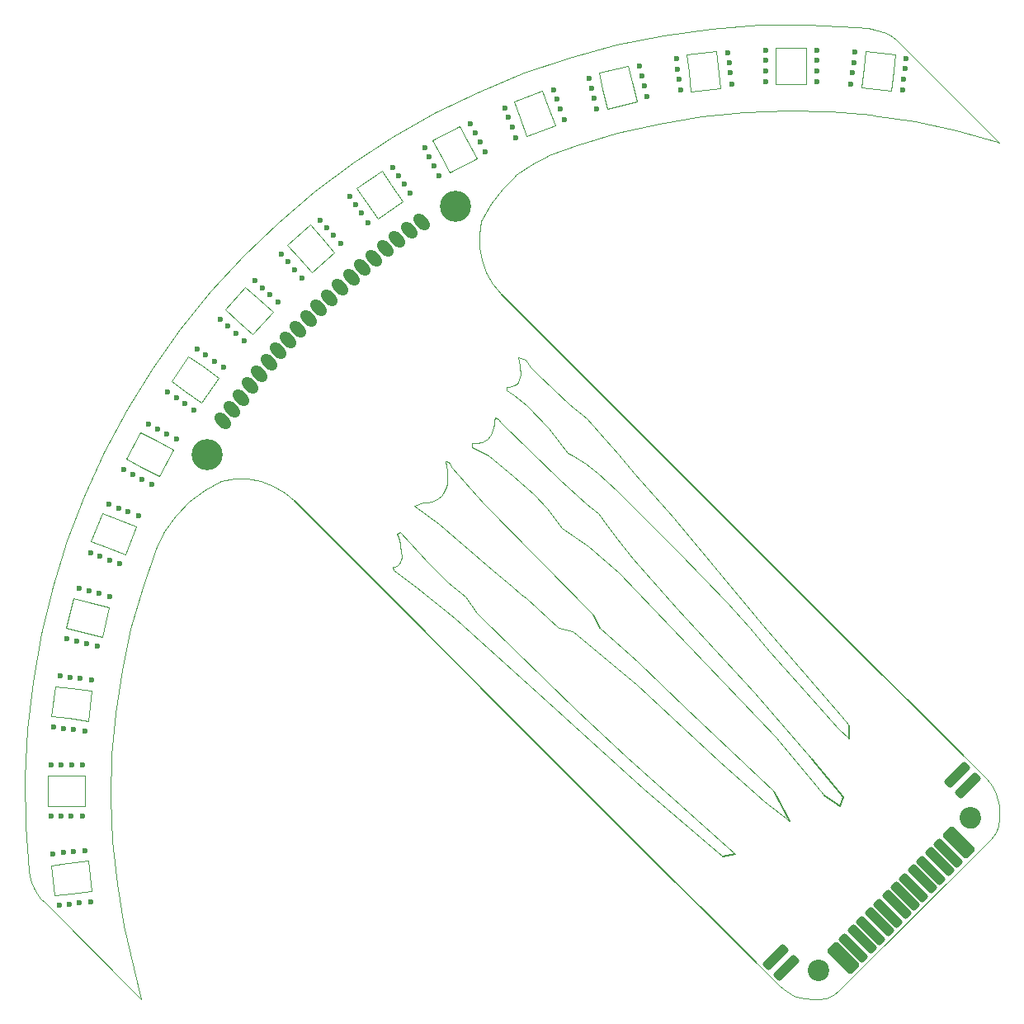
<source format=gbs>
G04 #@! TF.GenerationSoftware,KiCad,Pcbnew,7.0.1*
G04 #@! TF.CreationDate,2023-04-30T23:13:50+02:00*
G04 #@! TF.ProjectId,Solo_morro2,536f6c6f-5f6d-46f7-9272-6f322e6b6963,rev?*
G04 #@! TF.SameCoordinates,PX4afdbbcPY7f05f82*
G04 #@! TF.FileFunction,Soldermask,Bot*
G04 #@! TF.FilePolarity,Negative*
%FSLAX46Y46*%
G04 Gerber Fmt 4.6, Leading zero omitted, Abs format (unit mm)*
G04 Created by KiCad (PCBNEW 7.0.1) date 2023-04-30 23:13:50*
%MOMM*%
%LPD*%
G01*
G04 APERTURE LIST*
G04 Aperture macros list*
%AMRoundRect*
0 Rectangle with rounded corners*
0 $1 Rounding radius*
0 $2 $3 $4 $5 $6 $7 $8 $9 X,Y pos of 4 corners*
0 Add a 4 corners polygon primitive as box body*
4,1,4,$2,$3,$4,$5,$6,$7,$8,$9,$2,$3,0*
0 Add four circle primitives for the rounded corners*
1,1,$1+$1,$2,$3*
1,1,$1+$1,$4,$5*
1,1,$1+$1,$6,$7*
1,1,$1+$1,$8,$9*
0 Add four rect primitives between the rounded corners*
20,1,$1+$1,$2,$3,$4,$5,0*
20,1,$1+$1,$4,$5,$6,$7,0*
20,1,$1+$1,$6,$7,$8,$9,0*
20,1,$1+$1,$8,$9,$2,$3,0*%
%AMHorizOval*
0 Thick line with rounded ends*
0 $1 width*
0 $2 $3 position (X,Y) of the first rounded end (center of the circle)*
0 $4 $5 position (X,Y) of the second rounded end (center of the circle)*
0 Add line between two ends*
20,1,$1,$2,$3,$4,$5,0*
0 Add two circle primitives to create the rounded ends*
1,1,$1,$2,$3*
1,1,$1,$4,$5*%
G04 Aperture macros list end*
%ADD10C,0.600000*%
%ADD11HorizOval,1.200000X0.282843X-0.282843X-0.282843X0.282843X0*%
%ADD12C,3.200000*%
%ADD13C,2.200000*%
%ADD14RoundRect,0.150000X1.202082X0.707107X0.707107X1.202082X-1.202082X-0.707107X-0.707107X-1.202082X0*%
%ADD15RoundRect,0.300000X-0.707107X1.343503X-1.343503X0.707107X0.707107X-1.343503X1.343503X-0.707107X0*%
%ADD16RoundRect,0.150000X0.883883X-1.378858X1.378858X-0.883883X-0.883883X1.378858X-1.378858X0.883883X0*%
G04 #@! TA.AperFunction,Profile*
%ADD17C,0.100000*%
G04 #@! TD*
G04 #@! TA.AperFunction,Profile*
%ADD18C,0.200000*%
G04 #@! TD*
G04 APERTURE END LIST*
D10*
X4003129Y28277218D03*
X2961640Y28410636D03*
X4676571Y33534259D03*
X3635082Y33667677D03*
X6858739Y33254717D03*
X5718060Y33400841D03*
X6185297Y27997676D03*
X5044618Y28143800D03*
X5338249Y37219543D03*
X4320331Y37477116D03*
X6638378Y42357603D03*
X5620460Y42615176D03*
X8771158Y41817927D03*
X7656295Y42100031D03*
X7471028Y36679867D03*
X6356166Y36961970D03*
X7747571Y45932447D03*
X6767970Y46310444D03*
X9655554Y50877101D03*
X8675953Y51255097D03*
X11708052Y50085108D03*
X10635155Y50499104D03*
X9800069Y45140454D03*
X8727172Y45554450D03*
X11160723Y54309821D03*
X10233628Y54802766D03*
X13648922Y58989443D03*
X12721827Y59482389D03*
X15591407Y57956606D03*
X14576017Y58496498D03*
X13103207Y53276984D03*
X12087818Y53816876D03*
X15572398Y62213940D03*
X14711238Y62814693D03*
X18604771Y66560745D03*
X17743612Y67161498D03*
X20409105Y65302024D03*
X19465931Y65959991D03*
X17376732Y60955219D03*
X16433557Y61613187D03*
X20892730Y69534742D03*
X20109980Y70234601D03*
X24425352Y73485764D03*
X23642602Y74185624D03*
X26065399Y72019393D03*
X25208102Y72785905D03*
X22532777Y68068370D03*
X21675480Y68834883D03*
X27061839Y76149004D03*
X26368838Y76937832D03*
X31043539Y79647013D03*
X30350538Y80435841D03*
X32495543Y77994232D03*
X31736541Y78858186D03*
X28513843Y74496223D03*
X27754841Y75360177D03*
X33984519Y81990116D03*
X33391304Y82856485D03*
X38357620Y84984441D03*
X37764405Y85850810D03*
X39600548Y83169191D03*
X38950836Y84118071D03*
X35227446Y80174866D03*
X34577734Y81123746D03*
X41557233Y86955664D03*
X41072397Y87887025D03*
X46258391Y89402931D03*
X45773555Y90334293D03*
X47274238Y87451507D03*
X46743227Y88471570D03*
X42573080Y85004240D03*
X42042069Y86024302D03*
X49672985Y90965645D03*
X49303551Y91948508D03*
X54634101Y92830406D03*
X54264667Y93813269D03*
X55408152Y90771075D03*
X55003534Y91847544D03*
X50447037Y88906314D03*
X50042419Y89982783D03*
X58183565Y93960027D03*
X57934885Y94980153D03*
X63332775Y95215269D03*
X63084095Y96235395D03*
X63853819Y93077861D03*
X63581456Y94195142D03*
X58704609Y91822619D03*
X58432245Y92939900D03*
X67042592Y95935061D03*
X66918268Y96977674D03*
X72305309Y96562602D03*
X72180985Y97605215D03*
X72565798Y94378077D03*
X72429633Y95519988D03*
X67303081Y93750536D03*
X67166916Y94892447D03*
X4595248Y10241894D03*
X3551997Y10123031D03*
X3995271Y15507825D03*
X2952020Y15388962D03*
X6181129Y15756872D03*
X5038521Y15626689D03*
X6781106Y10490941D03*
X5638498Y10360758D03*
X3757448Y19251097D03*
X2707474Y19258427D03*
X3794449Y24550967D03*
X2744475Y24558298D03*
X5994395Y24535609D03*
X4844423Y24543637D03*
X5957395Y19235738D03*
X4807423Y19243766D03*
X76042525Y96805520D03*
X76044357Y97855519D03*
X81342516Y96796270D03*
X81344349Y97846268D03*
X81338677Y94596273D03*
X81340684Y95746271D03*
X76038685Y94605523D03*
X76040692Y95755522D03*
X85084723Y96596034D03*
X85212685Y97638208D03*
X90345217Y95950127D03*
X90473180Y96992300D03*
X90077105Y93766525D03*
X90217254Y94907953D03*
X84816610Y94412433D03*
X84956760Y95553861D03*
D11*
X40715757Y80258073D03*
X39464178Y79360047D03*
X38247955Y78426666D03*
X37031731Y77493285D03*
X35850863Y76524549D03*
X34669994Y75555813D03*
X33524481Y74551721D03*
X32414324Y73512274D03*
X31304166Y72472827D03*
X30194008Y71433380D03*
X29119206Y70358578D03*
X28079759Y69248420D03*
X27040312Y68138263D03*
X26036221Y66992750D03*
X25067484Y65811881D03*
X24098748Y64631013D03*
X23130012Y63450145D03*
X22196631Y62233921D03*
X21263250Y61017697D03*
X20329869Y59801474D03*
D12*
X44200009Y81803326D03*
D13*
X81482216Y3473574D03*
X97073921Y19065277D03*
D12*
X18744166Y56347482D03*
D14*
X77078214Y4762628D03*
X78138875Y3701968D03*
D15*
X84047317Y4690644D03*
D16*
X85068521Y5752577D03*
X85952404Y6636461D03*
X86836288Y7520344D03*
X87720171Y8404228D03*
X88604055Y9288111D03*
X89487938Y10171995D03*
X90371822Y11055878D03*
X91255705Y11939762D03*
X92139589Y12823645D03*
X93023472Y13707529D03*
X93907356Y14591412D03*
X94791239Y15475296D03*
D15*
X95906912Y16561553D03*
D14*
X96786695Y22431812D03*
X95726034Y23492472D03*
D17*
X97758414Y18350914D02*
X97551308Y18191996D01*
X30422110Y78668178D02*
X29304462Y79936502D01*
D18*
X60749845Y18534947D02*
X75117576Y4196264D01*
X27720899Y51595295D02*
X60749845Y18534947D01*
D17*
X41417943Y45276012D02*
X43492351Y43254007D01*
X100050041Y19056481D02*
X100050379Y19714942D01*
X51252725Y95525482D02*
X46672117Y93648021D01*
X47829615Y82074179D02*
X46893318Y80329468D01*
X47411009Y57886587D02*
X47227367Y57761166D01*
X25509781Y53149430D02*
X24237279Y53619032D01*
X8706764Y40692669D02*
X6667008Y41204775D01*
X88939324Y93652634D02*
X89193491Y95740277D01*
X1728801Y37974337D02*
X859584Y33100804D01*
X45415761Y88576346D02*
X44633125Y90074765D01*
X46670922Y78991436D02*
X46893318Y80329468D01*
X47725352Y58212862D02*
X47577005Y58037152D01*
X97917334Y19558020D02*
X98017232Y19316838D01*
X48202366Y59468575D02*
X48142259Y59167143D01*
X51421012Y66111151D02*
X50652440Y66329393D01*
X42757123Y52121801D02*
X42491750Y51887012D01*
X66935797Y40582911D02*
X74903750Y31999782D01*
D18*
X82102097Y21421466D02*
X83707231Y20283024D01*
D17*
X83735515Y29630974D02*
X75686297Y38903495D01*
X75686297Y38903495D02*
X66580710Y49884402D01*
X48269632Y60146871D02*
X48244825Y59795153D01*
X98051306Y19058020D02*
X98017232Y18799202D01*
X81505286Y2489791D02*
X81763276Y2529664D01*
X53754719Y59056715D02*
X55776442Y56498706D01*
X46541Y23238267D02*
X105928Y18288183D01*
X46570549Y57535769D02*
X46316312Y57510923D01*
X50200031Y92592488D02*
X50804187Y90991480D01*
D18*
X71686414Y15149430D02*
X72932529Y15394757D01*
D17*
X9337441Y29886531D02*
X8961047Y25506710D01*
X36257770Y80582441D02*
X38810755Y82340932D01*
X96185282Y18558021D02*
X96085383Y18799202D01*
X89193491Y95740277D02*
X89397800Y97418384D01*
X39982318Y51116818D02*
X40897649Y51418061D01*
X59335720Y93858378D02*
X59831572Y91835123D01*
X56643520Y88072054D02*
X53835984Y87054811D01*
X86572773Y100098881D02*
X87207055Y99998518D01*
X11206997Y3729066D02*
X11958914Y494865D01*
X50928671Y42020314D02*
X51482877Y41651739D01*
X53673110Y86973965D02*
X52062388Y86174457D01*
X15613799Y50210515D02*
X16883925Y51521684D01*
X83605082Y1370142D02*
X99170643Y16936508D01*
X69989358Y16549499D02*
X63512261Y22107357D01*
X43143114Y52709052D02*
X42973530Y52396928D01*
X38664838Y46293440D02*
X38689605Y46028415D01*
X9486883Y12346663D02*
X10211530Y8010836D01*
X38591723Y46873897D02*
X38609389Y46576337D01*
X77120350Y98137987D02*
X80220352Y98139317D01*
X8445568Y46835469D02*
X10390370Y46089024D01*
X97551308Y18191996D02*
X97310127Y18092095D01*
X98017232Y18799202D02*
X97917333Y18558021D01*
X37909248Y89049883D02*
X33761576Y86347352D01*
X96792489Y18092095D02*
X96551308Y18191995D01*
X6524747Y14663975D02*
X4435705Y14421582D01*
X1304661Y11333690D02*
X1679885Y10815346D01*
X82002155Y2634951D02*
X82205645Y2798476D01*
X38810755Y82340932D02*
X37620098Y84074483D01*
X8860406Y21111898D02*
X9035914Y16719436D01*
X74361666Y38642347D02*
X76473107Y36096053D01*
X57852057Y46980927D02*
X55170747Y48835504D01*
X81719931Y4461028D02*
X81460413Y4489289D01*
X46907539Y39555137D02*
X56662034Y30069955D01*
X15506242Y50099483D02*
X15613799Y50210515D01*
X56222701Y38214011D02*
X62857496Y32730857D01*
X50804187Y90991480D02*
X51539653Y89042500D01*
X11958914Y494865D02*
X2111159Y10342617D01*
X62841484Y92577047D02*
X62340887Y94619660D01*
X47638401Y56272277D02*
X50145634Y54176095D01*
X43583519Y55554258D02*
X43199560Y55649190D01*
X54863850Y53822104D02*
X48883408Y59655276D01*
X85861547Y94023179D02*
X88939324Y93652634D01*
X50754875Y65909414D02*
X50828871Y65520765D01*
X80483099Y3467102D02*
X80522974Y3209113D01*
X44110413Y39630841D02*
X40283668Y42746848D01*
X7955913Y37684971D02*
X8706764Y40692669D01*
X52611281Y64617304D02*
X55918125Y61543884D01*
X77119227Y96426783D02*
X77117864Y94343652D01*
X82984228Y893083D02*
X83605082Y1370142D01*
X10529120Y61004821D02*
X8196439Y56638420D01*
X26980858Y77884463D02*
X29304462Y79936502D01*
X87011799Y91203964D02*
X82631980Y91580358D01*
X47969100Y58639715D02*
X47856051Y58413716D01*
X41886912Y88636600D02*
X42679137Y87119827D01*
X96085382Y19316840D02*
X96185283Y19558020D01*
X51472295Y61415346D02*
X50265833Y62430837D01*
X4482574Y29309927D02*
X6549325Y29049220D01*
X12100897Y42763900D02*
X10910473Y38532187D01*
X9533912Y49738239D02*
X7955672Y50343992D01*
X77411035Y1902691D02*
X75117576Y4196264D01*
D18*
X59015061Y38540520D02*
X58378665Y39912308D01*
D17*
X46672117Y93648021D02*
X42218431Y91486643D01*
X38579780Y45365426D02*
X38481778Y45196746D01*
X100046541Y88385362D02*
X99889171Y88440509D01*
X38545444Y47190768D02*
X38591723Y46873897D01*
X50297466Y84888687D02*
X49023056Y83654166D01*
X6142529Y52134165D02*
X4375499Y47509832D01*
X58887783Y50320920D02*
X57714148Y51284104D01*
X47227367Y57761166D02*
X47026074Y57660889D01*
X67882120Y30388569D02*
X62915159Y35119444D01*
X38193645Y44952775D02*
X38003503Y44882459D01*
X24237279Y53619032D02*
X22902996Y53862913D01*
X4846665Y32388568D02*
X3169460Y32600137D01*
X42573107Y49218907D02*
X48009777Y44461179D01*
X59830812Y49091235D02*
X60817932Y47720943D01*
X100046541Y88385362D02*
X89974081Y98457822D01*
X15071778Y63885437D02*
X16838476Y66432747D01*
X21881557Y70105578D02*
X23436670Y68719559D01*
X46681828Y77635094D02*
X46670922Y78991436D01*
X52703561Y31845957D02*
X63512261Y22107357D01*
X38528705Y48400592D02*
X38229060Y48234152D01*
X89500783Y98891843D02*
X89974081Y98457822D01*
X50772338Y64047458D02*
X50675723Y63846785D01*
X50215271Y63432746D02*
X50004912Y63357393D01*
X74361666Y38642347D02*
X72070783Y41165222D01*
X15992909Y69255741D02*
X13131366Y65216134D01*
X82261059Y592971D02*
X82984228Y893083D01*
X43392415Y53833996D02*
X43350413Y53430928D01*
X4275788Y38608913D02*
X5935486Y38192227D01*
X82337440Y4008845D02*
X82173912Y4212333D01*
X50550674Y63677442D02*
X50397188Y63539432D01*
X65136105Y90329876D02*
X60854336Y89334411D01*
X66935797Y40582911D02*
X62422639Y45725790D01*
X57618487Y55416419D02*
X56288393Y56300994D01*
X42218431Y91486643D02*
X37909248Y89049883D01*
X6191010Y20307006D02*
X6202317Y23406989D01*
X70476866Y100065391D02*
X65573258Y99386066D01*
X81002405Y2612513D02*
X81245765Y2518050D01*
X4375499Y47509832D02*
X2902316Y42783672D01*
X100009460Y20345143D02*
X100050379Y19714942D01*
X82454337Y3252458D02*
X82482598Y3511976D01*
X52288641Y52251234D02*
X53655757Y50842379D01*
X14363633Y48482351D02*
X15506242Y50099483D01*
X77885869Y1486322D02*
X78411023Y1135552D01*
X51421012Y66111151D02*
X51919071Y65341309D01*
X38353068Y45058366D02*
X38193645Y44952775D01*
X60801314Y52657262D02*
X58769149Y54508416D01*
X13817391Y54139503D02*
X15264391Y56881074D01*
X48244825Y59795153D02*
X48202366Y59468575D01*
X14363633Y48482351D02*
X13483281Y46708754D01*
X35078395Y82299566D02*
X36257770Y80582441D01*
X86320117Y97789702D02*
X89397800Y97418384D01*
X37620098Y84074483D02*
X36663018Y85467960D01*
X38469966Y47524642D02*
X38545444Y47190768D01*
X67945422Y97377878D02*
X71022787Y97751839D01*
X80791787Y2766745D02*
X81002405Y2612513D01*
X23926185Y72435829D02*
X22664185Y73560610D01*
X50874437Y65163444D02*
X50891566Y64837453D01*
X78237165Y91681002D02*
X73844706Y91505491D01*
X78538280Y18734460D02*
X75865415Y20827496D01*
X81245765Y2518050D02*
X81505286Y2489791D01*
X42491750Y51887012D02*
X42175264Y51695903D01*
X105928Y18288183D02*
X448091Y13724068D01*
X82173912Y4212333D02*
X81963294Y4366566D01*
X53655757Y50842379D02*
X55170747Y48835504D01*
X8196439Y56638420D02*
X6142529Y52134165D01*
X97310127Y20023946D02*
X97551308Y19924046D01*
X50445256Y85031849D02*
X50297466Y84888687D01*
X47856051Y58413716D02*
X47725352Y58212862D01*
X42973530Y52396928D02*
X42757123Y52121801D01*
X2396721Y20325916D02*
X4107905Y20317387D01*
X99053869Y22654324D02*
X99404639Y22129170D01*
X85307580Y100243314D02*
X80363537Y100494866D01*
X59830812Y49091235D02*
X58887783Y50320920D01*
X97551308Y19924046D02*
X97758415Y19765127D01*
X13131366Y65216134D02*
X10529120Y61004821D01*
X10464138Y55915075D02*
X11976419Y55114310D01*
X38003503Y44882459D02*
X37782637Y44849901D01*
X80963543Y4344129D02*
X80760054Y4180603D01*
X69471933Y91054523D02*
X65136105Y90329876D01*
X3117110Y11147787D02*
X4816911Y11345015D01*
X26682624Y52468092D02*
X25509781Y53149430D01*
X57852057Y46980927D02*
X61034882Y44221776D01*
X8961047Y25506710D02*
X8860406Y21111898D01*
X49766122Y63313367D02*
X49498894Y63300674D01*
X47395310Y75028311D02*
X46925708Y76300812D01*
X34109590Y83710111D02*
X35078395Y82299566D01*
X44110413Y39630841D02*
X52703561Y31845957D01*
X4275788Y38608913D02*
X5027394Y41616419D01*
X26980858Y77884463D02*
X28112197Y76600601D01*
X25496181Y71036547D02*
X23926185Y72435829D01*
X15071778Y63885437D02*
X16476838Y62908694D01*
X77117864Y94343652D02*
X80217866Y94345761D01*
D18*
X84633537Y28577385D02*
X84612325Y27198528D01*
D17*
X43268027Y53054833D02*
X43143114Y52709052D01*
X73844706Y91505491D02*
X69471933Y91054523D01*
X97917333Y18558021D02*
X97758414Y18350914D01*
X81484853Y490255D02*
X80825250Y489813D01*
X18463913Y52715125D02*
X20208626Y53651421D01*
X38689605Y46028415D02*
X38683687Y45783748D01*
X86572773Y100098881D02*
X85307580Y100243314D01*
X56288393Y56300994D02*
X55776442Y56498706D01*
X2784820Y29524089D02*
X3169460Y32600137D01*
X87091439Y91192045D02*
X87011799Y91203964D01*
X75865415Y20827496D02*
X71219724Y24949927D01*
X990278Y11891036D02*
X1304661Y11333690D01*
X97051305Y20058021D02*
X97310127Y20023946D01*
X4107905Y20317387D02*
X6191010Y20307006D01*
X22902996Y53862913D02*
X21546656Y53873818D01*
X43363870Y54707692D02*
X43396187Y54260698D01*
X22447726Y76756809D02*
X19102453Y73107700D01*
X50397188Y63539432D02*
X50215271Y63432746D01*
X50840515Y64279458D02*
X50772338Y64047458D01*
X4099283Y23417469D02*
X2408809Y23425894D01*
X11976419Y55114310D02*
X13817391Y54139503D01*
X52288641Y52251234D02*
X50145634Y54176095D01*
X2396721Y20325916D02*
X2408809Y23425894D01*
X80628261Y2970234D02*
X80791787Y2766745D01*
X72932529Y15394757D02*
X61718711Y25350794D01*
X81202423Y4449416D02*
X80963543Y4344129D01*
X13405805Y57865208D02*
X11911822Y58656283D01*
X60854336Y89334411D02*
X56643520Y88072054D01*
X45953834Y57151456D02*
X45899665Y57523948D01*
X54828990Y38597090D02*
X51482877Y41651739D01*
X10910473Y38532187D02*
X9988108Y34234075D01*
X68399059Y93610757D02*
X71401051Y93976322D01*
X50200031Y92592488D02*
X53099210Y93690110D01*
X448091Y13724068D02*
X559245Y13093896D01*
X31812515Y77090319D02*
X30422110Y78668178D01*
D18*
X96343984Y25422671D02*
X82012547Y39755221D01*
D17*
X6202317Y23406989D02*
X4099283Y23417469D01*
X26015531Y80188664D02*
X22447726Y76756809D01*
X5935486Y38192227D02*
X7955913Y37684971D01*
D18*
X76911933Y21803302D02*
X78538280Y18734460D01*
D17*
X71219724Y24949927D02*
X62857496Y32730857D01*
X50828871Y65520765D02*
X50874437Y65163444D01*
X62595415Y54390706D02*
X66580710Y49884402D01*
X55942184Y97111623D02*
X51252725Y95525482D01*
X50265833Y62430837D02*
X49489202Y62932199D01*
X77120350Y98137987D02*
X77119227Y96426783D01*
X58378665Y39912308D02*
X47127305Y51400940D01*
X96792487Y20023947D02*
X97051305Y20058021D01*
X41380360Y51458086D02*
X40897649Y51418061D01*
X80760054Y4180603D02*
X80605825Y3969983D01*
X99404639Y22129170D02*
X99683801Y21562691D01*
X43199560Y55649190D02*
X43297611Y55171637D01*
X99886565Y20964599D02*
X100009460Y20345143D01*
X56222701Y38214011D02*
X54828990Y38597090D01*
X46400807Y40106278D02*
X46907539Y39555137D01*
X10464138Y55915075D02*
X11911822Y58656283D01*
X80605825Y3969983D02*
X80511359Y3726622D01*
X69989358Y16549499D02*
X71686414Y15149430D01*
X80219241Y96448822D02*
X80220352Y98139317D01*
X41805515Y51551813D02*
X41380360Y51458086D01*
X57665233Y60096454D02*
X55918125Y61543884D01*
X38683687Y45783748D02*
X38647078Y45561923D01*
X98637501Y23129154D02*
X99053869Y22654324D01*
X68150007Y95678946D02*
X68399059Y93610757D01*
X49023056Y83654166D02*
X47829615Y82074179D01*
X99647514Y17557321D02*
X99947462Y18280404D01*
X50928671Y42020314D02*
X50089414Y42792598D01*
X83473885Y28280400D02*
X84612325Y27198528D01*
X99170643Y16936508D02*
X99647514Y17557321D01*
X65573258Y99386066D02*
X60721984Y98400178D01*
X87825274Y99824774D02*
X88418979Y99580028D01*
X96551308Y19924046D02*
X96792487Y20023947D01*
X62422639Y45725790D02*
X60817932Y47720943D01*
X91359345Y90553298D02*
X87091439Y91192045D01*
X50089414Y42792598D02*
X48009777Y44461179D01*
X78977501Y856391D02*
X79575594Y653626D01*
X4816911Y11345015D02*
X6886156Y11585110D01*
X59015061Y38540520D02*
X62915159Y35119444D01*
X67198770Y46261236D02*
X72070783Y41165222D01*
X38229060Y48234152D02*
X38364699Y47873206D01*
X50880259Y64542793D02*
X50840515Y64279458D01*
X88980041Y99267624D02*
X89500783Y98891843D01*
D18*
X84018357Y21244689D02*
X80772736Y25084278D01*
D17*
X19953343Y64267410D02*
X18226532Y65467821D01*
X28112197Y76600601D02*
X29489425Y75037696D01*
X43643550Y85273386D02*
X46389404Y86712241D01*
X3117110Y11147787D02*
X2756472Y14226740D01*
X6667008Y41204775D02*
X5027394Y41616419D01*
X83473885Y28280400D02*
X80152223Y32078895D01*
X53835984Y87054811D02*
X53673110Y86973965D01*
X71401051Y93976322D02*
X71022787Y97751839D01*
X80195046Y530732D02*
X80825250Y489813D01*
X76911933Y21803302D02*
X67882120Y30388569D01*
X50004912Y63357393D02*
X49766122Y63313367D01*
X62340887Y94619660D02*
X61938494Y96261565D01*
X80217866Y94345761D02*
X80219241Y96448822D01*
X26682624Y52468092D02*
X27720899Y51595295D01*
X49489202Y62932199D02*
X49498894Y63300674D01*
X38647078Y45561923D02*
X38579780Y45365426D01*
X2902316Y42783672D02*
X1728801Y37974337D01*
X50891566Y64837453D02*
X50880259Y64542793D01*
X81484853Y490255D02*
X82261059Y592971D01*
X61718711Y25350794D02*
X56662034Y30069955D01*
X88418979Y99580028D02*
X88980041Y99267624D01*
X77411035Y1902691D02*
X77885869Y1486322D01*
X99947462Y18280404D02*
X100050041Y19056481D01*
X60721984Y98400178D02*
X55942184Y97111623D01*
X21546656Y53873818D02*
X20208626Y53651421D01*
X96344201Y19765126D02*
X96551308Y19924046D01*
X6549325Y29049220D02*
X6933191Y32125364D01*
X559245Y13093896D02*
X740743Y12480278D01*
X48639759Y60004103D02*
X48883408Y59655276D01*
X34109590Y83710111D02*
X36663018Y85467960D01*
X43903821Y55036720D02*
X43583519Y55554258D01*
X97758415Y19765127D02*
X97917334Y19558020D01*
X38481778Y45196746D02*
X38353068Y45058366D01*
X87207055Y99998518D02*
X87825274Y99824774D01*
X47026074Y57660889D02*
X46807137Y57585756D01*
X80772736Y25084278D02*
X74903750Y31999782D01*
X16476838Y62908694D02*
X18187284Y61719658D01*
X1679885Y10815346D02*
X2111159Y10342617D01*
X11497322Y48984655D02*
X9533912Y49738239D01*
X41417943Y45276012D02*
X38528705Y48400592D01*
X76473107Y36096053D02*
X80152223Y32078895D01*
X15264391Y56881074D02*
X13405805Y57865208D01*
X96085383Y18799202D02*
X96051306Y19058022D01*
X48142259Y59167143D02*
X48064506Y58890857D01*
X740743Y12480278D02*
X990278Y11891036D01*
X61034882Y44221776D02*
X77039197Y27439420D01*
X43396187Y54260698D02*
X43392415Y53833996D01*
X6847993Y47448640D02*
X8445568Y46835469D01*
X58928397Y95520400D02*
X61938494Y96261565D01*
X10390370Y46089024D02*
X11497322Y48984655D01*
X54863850Y53822104D02*
X57714148Y51284104D01*
X96551308Y18191995D02*
X96344201Y18350914D01*
X20604095Y71244138D02*
X22664185Y73560610D01*
X82205645Y2798476D02*
X82359874Y3009096D01*
X9988108Y34234075D02*
X9337441Y29886531D01*
X38609389Y46576337D02*
X38664838Y46293440D01*
X58769149Y54508416D02*
X57618487Y55416419D01*
X96185283Y19558020D02*
X96344201Y19765126D01*
X97310127Y18092095D02*
X97051307Y18058021D01*
X79575594Y653626D02*
X80195046Y530732D01*
X81460413Y4489289D02*
X81202423Y4449416D01*
X98637501Y23129154D02*
X96343984Y25422671D01*
X45239468Y41806571D02*
X43492351Y43254007D01*
X29791781Y83389723D02*
X26015531Y80188664D01*
X20604095Y71244138D02*
X21881557Y70105578D01*
X6847993Y47448640D02*
X7955672Y50343992D01*
X46316312Y57510923D02*
X45899665Y57523948D01*
X67198770Y46261236D02*
X60801314Y52657262D01*
X47638401Y56272277D02*
X45953834Y57151456D01*
X18187284Y61719658D02*
X19953343Y64267410D01*
X96051306Y19058022D02*
X96085382Y19316840D01*
X859584Y33100804D02*
X298092Y28182311D01*
X4435705Y14421582D02*
X2756472Y14226740D01*
X99683801Y21562691D02*
X99886565Y20964599D01*
X80522974Y3209113D02*
X80628261Y2970234D01*
X48949444Y72817194D02*
X48076648Y73855467D01*
X52062388Y86174457D02*
X50445256Y85031849D01*
X48639759Y60004103D02*
X48269632Y60146871D01*
X80511359Y3726622D02*
X80483099Y3467102D01*
X82442725Y3769967D02*
X82337440Y4008845D01*
X82482598Y3511976D02*
X82442725Y3769967D01*
X33761576Y86347352D02*
X29791781Y83389723D01*
X42679137Y87119827D02*
X43643550Y85273386D01*
X50652440Y66329393D02*
X50754875Y65909414D01*
X2784820Y29524089D02*
X4482574Y29309927D01*
X9035914Y16719436D02*
X9486883Y12346663D01*
X38364699Y47873206D02*
X38469966Y47524642D01*
X59831572Y91835123D02*
X62841484Y92577047D01*
X81963294Y4366566D02*
X81719931Y4461028D01*
X50675723Y63846785D02*
X50550674Y63677442D01*
X60879867Y56459574D02*
X57665233Y60096454D01*
X43297611Y55171637D02*
X43363870Y54707692D01*
D18*
X48949444Y72817194D02*
X82012547Y39755221D01*
D17*
X29489425Y75037696D02*
X31812515Y77090319D01*
X16883925Y51521684D02*
X18463913Y52715125D01*
X96344201Y18350914D02*
X96185282Y18558021D01*
X19102453Y73107700D02*
X15992909Y69255741D01*
X52611281Y64617304D02*
X51919071Y65341309D01*
X53696055Y92108479D02*
X53099210Y93690110D01*
X86113305Y96091041D02*
X85861547Y94023179D01*
D18*
X83707231Y20283024D02*
X84018357Y21244689D01*
D17*
X99889171Y88440509D02*
X95657457Y89630935D01*
X37782637Y44849901D02*
X37854700Y44476498D01*
X81763276Y2529664D02*
X82002155Y2634951D01*
X47577005Y58037152D02*
X47411009Y57886587D01*
X67945422Y97377878D02*
X68150007Y95678946D01*
X82359874Y3009096D02*
X82454337Y3252458D01*
X18226532Y65467821D02*
X16838476Y66432747D01*
X86320117Y97789702D02*
X86113305Y96091041D01*
X43903821Y55036720D02*
X47127305Y51400940D01*
X13483281Y46708754D02*
X12100897Y42763900D01*
X80363537Y100494866D02*
X75413452Y100435478D01*
X46807137Y57585756D02*
X46570549Y57535769D01*
X97051307Y18058021D02*
X96792489Y18092095D01*
X23436670Y68719559D02*
X25496181Y71036547D01*
X51472295Y61415346D02*
X53754719Y59056715D01*
X46400807Y40106278D02*
X45239468Y41806571D01*
X95657457Y89630935D02*
X91359345Y90553298D01*
X54438555Y90140852D02*
X53696055Y92108479D01*
X84633537Y28577385D02*
X83735515Y29630974D01*
X46389404Y86712241D02*
X45415761Y88576346D01*
X48064506Y58890857D02*
X47969100Y58639715D01*
X298092Y28182311D02*
X46541Y23238267D01*
X6933191Y32125364D02*
X4846665Y32388568D01*
X82631980Y91580358D02*
X78237165Y91681002D01*
X51539653Y89042500D02*
X54438555Y90140852D01*
X42175264Y51695903D02*
X41805515Y51551813D01*
X48076648Y73855467D02*
X47395310Y75028311D01*
X42573107Y49218907D02*
X39982318Y51116818D01*
X10211530Y8010836D02*
X11206997Y3729066D01*
X98017232Y19316838D02*
X98051306Y19058020D01*
X46925708Y76300812D02*
X46681828Y77635094D01*
X43350413Y53430928D02*
X43268027Y53054833D01*
X75413452Y100435478D02*
X70476866Y100065391D01*
X6886156Y11585110D02*
X6524747Y14663975D01*
X37854700Y44476498D02*
X40283668Y42746848D01*
X41886912Y88636600D02*
X44633125Y90074765D01*
X58928397Y95520400D02*
X59335720Y93858378D01*
X82102097Y21421466D02*
X77039197Y27439420D01*
X78411023Y1135552D02*
X78977501Y856391D01*
X60879867Y56459574D02*
X62595415Y54390706D01*
M02*

</source>
